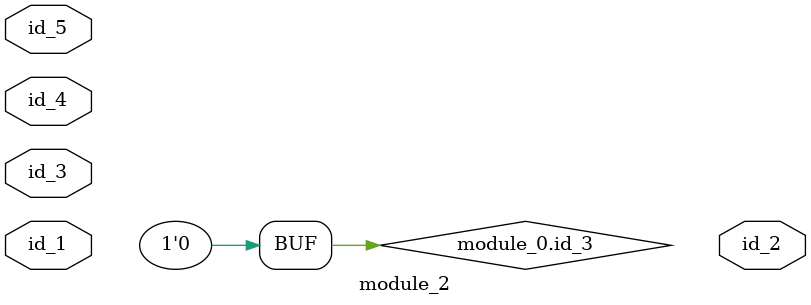
<source format=v>
module module_0 (
    id_1,
    id_2,
    id_3,
    id_4
);
  inout wire id_4;
  output wire id_3;
  inout wire id_2;
  output wire id_1;
  assign id_3 = id_2 ? id_2 : id_4 == id_2;
  module_2 modCall_1 (
      id_4,
      id_3,
      id_4,
      id_4,
      id_4
  );
endmodule
module module_1 (
    id_1,
    id_2,
    id_3,
    id_4
);
  inout wire id_4;
  output wire id_3;
  inout wire id_2;
  inout wire id_1;
  assign id_3 = id_4[1];
  module_0 modCall_1 (
      id_3,
      id_1,
      id_1,
      id_2
  );
endmodule
module module_2 (
    id_1,
    id_2,
    id_3,
    id_4,
    id_5
);
  inout wire id_5;
  inout wire id_4;
  input wire id_3;
  output wire id_2;
  inout wire id_1;
  assign module_0.id_3 = 0;
  wire id_6;
endmodule

</source>
